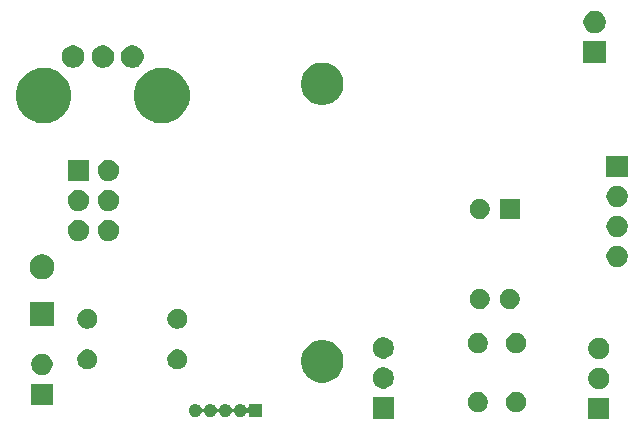
<source format=gbr>
G04 #@! TF.GenerationSoftware,KiCad,Pcbnew,(5.1.5)-3*
G04 #@! TF.CreationDate,2020-03-27T21:05:19+01:00*
G04 #@! TF.ProjectId,mimu_batt,6d696d75-5f62-4617-9474-2e6b69636164,rev?*
G04 #@! TF.SameCoordinates,Original*
G04 #@! TF.FileFunction,Soldermask,Bot*
G04 #@! TF.FilePolarity,Negative*
%FSLAX46Y46*%
G04 Gerber Fmt 4.6, Leading zero omitted, Abs format (unit mm)*
G04 Created by KiCad (PCBNEW (5.1.5)-3) date 2020-03-27 21:05:19*
%MOMM*%
%LPD*%
G04 APERTURE LIST*
%ADD10C,0.100000*%
G04 APERTURE END LIST*
D10*
G36*
X215651000Y-124701000D02*
G01*
X213849000Y-124701000D01*
X213849000Y-122899000D01*
X215651000Y-122899000D01*
X215651000Y-124701000D01*
G37*
G36*
X197401000Y-124651000D02*
G01*
X195599000Y-124651000D01*
X195599000Y-122849000D01*
X197401000Y-122849000D01*
X197401000Y-124651000D01*
G37*
G36*
X180754721Y-123422174D02*
G01*
X180854995Y-123463709D01*
X180854996Y-123463710D01*
X180945242Y-123524010D01*
X181021990Y-123600758D01*
X181021991Y-123600760D01*
X181082291Y-123691005D01*
X181113516Y-123766389D01*
X181125067Y-123788000D01*
X181140612Y-123806941D01*
X181159554Y-123822487D01*
X181181165Y-123834038D01*
X181204614Y-123841151D01*
X181229000Y-123843553D01*
X181253386Y-123841151D01*
X181276835Y-123834038D01*
X181298446Y-123822487D01*
X181317387Y-123806942D01*
X181332933Y-123788000D01*
X181344484Y-123766389D01*
X181375709Y-123691005D01*
X181436009Y-123600760D01*
X181436010Y-123600758D01*
X181512758Y-123524010D01*
X181603004Y-123463710D01*
X181603005Y-123463709D01*
X181703279Y-123422174D01*
X181809730Y-123401000D01*
X181918270Y-123401000D01*
X182024721Y-123422174D01*
X182124995Y-123463709D01*
X182124996Y-123463710D01*
X182215242Y-123524010D01*
X182291990Y-123600758D01*
X182291991Y-123600760D01*
X182352291Y-123691005D01*
X182383516Y-123766389D01*
X182395067Y-123788000D01*
X182410612Y-123806941D01*
X182429554Y-123822487D01*
X182451165Y-123834038D01*
X182474614Y-123841151D01*
X182499000Y-123843553D01*
X182523386Y-123841151D01*
X182546835Y-123834038D01*
X182568446Y-123822487D01*
X182587387Y-123806942D01*
X182602933Y-123788000D01*
X182614484Y-123766389D01*
X182645709Y-123691005D01*
X182706009Y-123600760D01*
X182706010Y-123600758D01*
X182782758Y-123524010D01*
X182873004Y-123463710D01*
X182873005Y-123463709D01*
X182973279Y-123422174D01*
X183079730Y-123401000D01*
X183188270Y-123401000D01*
X183294721Y-123422174D01*
X183394995Y-123463709D01*
X183394996Y-123463710D01*
X183485242Y-123524010D01*
X183561990Y-123600758D01*
X183561991Y-123600760D01*
X183622291Y-123691005D01*
X183653516Y-123766389D01*
X183665067Y-123788000D01*
X183680612Y-123806941D01*
X183699554Y-123822487D01*
X183721165Y-123834038D01*
X183744614Y-123841151D01*
X183769000Y-123843553D01*
X183793386Y-123841151D01*
X183816835Y-123834038D01*
X183838446Y-123822487D01*
X183857387Y-123806942D01*
X183872933Y-123788000D01*
X183884484Y-123766389D01*
X183915709Y-123691005D01*
X183976009Y-123600760D01*
X183976010Y-123600758D01*
X184052758Y-123524010D01*
X184143004Y-123463710D01*
X184143005Y-123463709D01*
X184243279Y-123422174D01*
X184349730Y-123401000D01*
X184458270Y-123401000D01*
X184564721Y-123422174D01*
X184664995Y-123463709D01*
X184664996Y-123463710D01*
X184755242Y-123524010D01*
X184831990Y-123600758D01*
X184831991Y-123600760D01*
X184894068Y-123693664D01*
X184909614Y-123712606D01*
X184928556Y-123728151D01*
X184950167Y-123739702D01*
X184973615Y-123746815D01*
X184998002Y-123749217D01*
X185022388Y-123746815D01*
X185045837Y-123739702D01*
X185067447Y-123728151D01*
X185086389Y-123712605D01*
X185101934Y-123693663D01*
X185113485Y-123672052D01*
X185120598Y-123648604D01*
X185123000Y-123624218D01*
X185123000Y-123401000D01*
X186225000Y-123401000D01*
X186225000Y-124503000D01*
X185123000Y-124503000D01*
X185123000Y-124279782D01*
X185120598Y-124255396D01*
X185113485Y-124231947D01*
X185101934Y-124210336D01*
X185086389Y-124191394D01*
X185067447Y-124175849D01*
X185045836Y-124164298D01*
X185022387Y-124157185D01*
X184998001Y-124154783D01*
X184973615Y-124157185D01*
X184950166Y-124164298D01*
X184928555Y-124175849D01*
X184909613Y-124191394D01*
X184894068Y-124210336D01*
X184852988Y-124271816D01*
X184831990Y-124303242D01*
X184755242Y-124379990D01*
X184709812Y-124410345D01*
X184664995Y-124440291D01*
X184564721Y-124481826D01*
X184458270Y-124503000D01*
X184349730Y-124503000D01*
X184243279Y-124481826D01*
X184143005Y-124440291D01*
X184098188Y-124410345D01*
X184052758Y-124379990D01*
X183976010Y-124303242D01*
X183944041Y-124255396D01*
X183915709Y-124212995D01*
X183884484Y-124137611D01*
X183872933Y-124116000D01*
X183857388Y-124097059D01*
X183838446Y-124081513D01*
X183816835Y-124069962D01*
X183793386Y-124062849D01*
X183769000Y-124060447D01*
X183744614Y-124062849D01*
X183721165Y-124069962D01*
X183699554Y-124081513D01*
X183680613Y-124097058D01*
X183665067Y-124116000D01*
X183653516Y-124137611D01*
X183622291Y-124212995D01*
X183593959Y-124255396D01*
X183561990Y-124303242D01*
X183485242Y-124379990D01*
X183439812Y-124410345D01*
X183394995Y-124440291D01*
X183294721Y-124481826D01*
X183188270Y-124503000D01*
X183079730Y-124503000D01*
X182973279Y-124481826D01*
X182873005Y-124440291D01*
X182828188Y-124410345D01*
X182782758Y-124379990D01*
X182706010Y-124303242D01*
X182674041Y-124255396D01*
X182645709Y-124212995D01*
X182614484Y-124137611D01*
X182602933Y-124116000D01*
X182587388Y-124097059D01*
X182568446Y-124081513D01*
X182546835Y-124069962D01*
X182523386Y-124062849D01*
X182499000Y-124060447D01*
X182474614Y-124062849D01*
X182451165Y-124069962D01*
X182429554Y-124081513D01*
X182410613Y-124097058D01*
X182395067Y-124116000D01*
X182383516Y-124137611D01*
X182352291Y-124212995D01*
X182323959Y-124255396D01*
X182291990Y-124303242D01*
X182215242Y-124379990D01*
X182169812Y-124410345D01*
X182124995Y-124440291D01*
X182024721Y-124481826D01*
X181918270Y-124503000D01*
X181809730Y-124503000D01*
X181703279Y-124481826D01*
X181603005Y-124440291D01*
X181558188Y-124410345D01*
X181512758Y-124379990D01*
X181436010Y-124303242D01*
X181404041Y-124255396D01*
X181375709Y-124212995D01*
X181344484Y-124137611D01*
X181332933Y-124116000D01*
X181317388Y-124097059D01*
X181298446Y-124081513D01*
X181276835Y-124069962D01*
X181253386Y-124062849D01*
X181229000Y-124060447D01*
X181204614Y-124062849D01*
X181181165Y-124069962D01*
X181159554Y-124081513D01*
X181140613Y-124097058D01*
X181125067Y-124116000D01*
X181113516Y-124137611D01*
X181082291Y-124212995D01*
X181053959Y-124255396D01*
X181021990Y-124303242D01*
X180945242Y-124379990D01*
X180899812Y-124410345D01*
X180854995Y-124440291D01*
X180754721Y-124481826D01*
X180648270Y-124503000D01*
X180539730Y-124503000D01*
X180433279Y-124481826D01*
X180333005Y-124440291D01*
X180288188Y-124410345D01*
X180242758Y-124379990D01*
X180166010Y-124303242D01*
X180134041Y-124255396D01*
X180105709Y-124212995D01*
X180064174Y-124112721D01*
X180043000Y-124006270D01*
X180043000Y-123897730D01*
X180064174Y-123791279D01*
X180105709Y-123691005D01*
X180166009Y-123600760D01*
X180166010Y-123600758D01*
X180242758Y-123524010D01*
X180333004Y-123463710D01*
X180333005Y-123463709D01*
X180433279Y-123422174D01*
X180539730Y-123401000D01*
X180648270Y-123401000D01*
X180754721Y-123422174D01*
G37*
G36*
X207998228Y-122431703D02*
G01*
X208153100Y-122495853D01*
X208292481Y-122588985D01*
X208411015Y-122707519D01*
X208504147Y-122846900D01*
X208568297Y-123001772D01*
X208601000Y-123166184D01*
X208601000Y-123333816D01*
X208568297Y-123498228D01*
X208504147Y-123653100D01*
X208411015Y-123792481D01*
X208292481Y-123911015D01*
X208153100Y-124004147D01*
X207998228Y-124068297D01*
X207833816Y-124101000D01*
X207666184Y-124101000D01*
X207501772Y-124068297D01*
X207346900Y-124004147D01*
X207207519Y-123911015D01*
X207088985Y-123792481D01*
X206995853Y-123653100D01*
X206931703Y-123498228D01*
X206899000Y-123333816D01*
X206899000Y-123166184D01*
X206931703Y-123001772D01*
X206995853Y-122846900D01*
X207088985Y-122707519D01*
X207207519Y-122588985D01*
X207346900Y-122495853D01*
X207501772Y-122431703D01*
X207666184Y-122399000D01*
X207833816Y-122399000D01*
X207998228Y-122431703D01*
G37*
G36*
X204748228Y-122431703D02*
G01*
X204903100Y-122495853D01*
X205042481Y-122588985D01*
X205161015Y-122707519D01*
X205254147Y-122846900D01*
X205318297Y-123001772D01*
X205351000Y-123166184D01*
X205351000Y-123333816D01*
X205318297Y-123498228D01*
X205254147Y-123653100D01*
X205161015Y-123792481D01*
X205042481Y-123911015D01*
X204903100Y-124004147D01*
X204748228Y-124068297D01*
X204583816Y-124101000D01*
X204416184Y-124101000D01*
X204251772Y-124068297D01*
X204096900Y-124004147D01*
X203957519Y-123911015D01*
X203838985Y-123792481D01*
X203745853Y-123653100D01*
X203681703Y-123498228D01*
X203649000Y-123333816D01*
X203649000Y-123166184D01*
X203681703Y-123001772D01*
X203745853Y-122846900D01*
X203838985Y-122707519D01*
X203957519Y-122588985D01*
X204096900Y-122495853D01*
X204251772Y-122431703D01*
X204416184Y-122399000D01*
X204583816Y-122399000D01*
X204748228Y-122431703D01*
G37*
G36*
X168501000Y-123501000D02*
G01*
X166699000Y-123501000D01*
X166699000Y-121699000D01*
X168501000Y-121699000D01*
X168501000Y-123501000D01*
G37*
G36*
X214863512Y-120363927D02*
G01*
X215012812Y-120393624D01*
X215176784Y-120461544D01*
X215324354Y-120560147D01*
X215449853Y-120685646D01*
X215548456Y-120833216D01*
X215616376Y-120997188D01*
X215651000Y-121171259D01*
X215651000Y-121348741D01*
X215616376Y-121522812D01*
X215548456Y-121686784D01*
X215449853Y-121834354D01*
X215324354Y-121959853D01*
X215176784Y-122058456D01*
X215012812Y-122126376D01*
X214863512Y-122156073D01*
X214838742Y-122161000D01*
X214661258Y-122161000D01*
X214636488Y-122156073D01*
X214487188Y-122126376D01*
X214323216Y-122058456D01*
X214175646Y-121959853D01*
X214050147Y-121834354D01*
X213951544Y-121686784D01*
X213883624Y-121522812D01*
X213849000Y-121348741D01*
X213849000Y-121171259D01*
X213883624Y-120997188D01*
X213951544Y-120833216D01*
X214050147Y-120685646D01*
X214175646Y-120560147D01*
X214323216Y-120461544D01*
X214487188Y-120393624D01*
X214636488Y-120363927D01*
X214661258Y-120359000D01*
X214838742Y-120359000D01*
X214863512Y-120363927D01*
G37*
G36*
X196613512Y-120313927D02*
G01*
X196762812Y-120343624D01*
X196926784Y-120411544D01*
X197074354Y-120510147D01*
X197199853Y-120635646D01*
X197298456Y-120783216D01*
X197366376Y-120947188D01*
X197401000Y-121121259D01*
X197401000Y-121298741D01*
X197366376Y-121472812D01*
X197298456Y-121636784D01*
X197199853Y-121784354D01*
X197074354Y-121909853D01*
X196926784Y-122008456D01*
X196762812Y-122076376D01*
X196613512Y-122106073D01*
X196588742Y-122111000D01*
X196411258Y-122111000D01*
X196386488Y-122106073D01*
X196237188Y-122076376D01*
X196073216Y-122008456D01*
X195925646Y-121909853D01*
X195800147Y-121784354D01*
X195701544Y-121636784D01*
X195633624Y-121472812D01*
X195599000Y-121298741D01*
X195599000Y-121121259D01*
X195633624Y-120947188D01*
X195701544Y-120783216D01*
X195800147Y-120635646D01*
X195925646Y-120510147D01*
X196073216Y-120411544D01*
X196237188Y-120343624D01*
X196386488Y-120313927D01*
X196411258Y-120309000D01*
X196588742Y-120309000D01*
X196613512Y-120313927D01*
G37*
G36*
X191848931Y-118068211D02*
G01*
X192176692Y-118203974D01*
X192471670Y-118401072D01*
X192722528Y-118651930D01*
X192919626Y-118946908D01*
X193055389Y-119274669D01*
X193124600Y-119622616D01*
X193124600Y-119977384D01*
X193055389Y-120325331D01*
X192919626Y-120653092D01*
X192722528Y-120948070D01*
X192471670Y-121198928D01*
X192176692Y-121396026D01*
X191848931Y-121531789D01*
X191500984Y-121601000D01*
X191146216Y-121601000D01*
X190798269Y-121531789D01*
X190470508Y-121396026D01*
X190175530Y-121198928D01*
X189924672Y-120948070D01*
X189727574Y-120653092D01*
X189591811Y-120325331D01*
X189522600Y-119977384D01*
X189522600Y-119622616D01*
X189591811Y-119274669D01*
X189727574Y-118946908D01*
X189924672Y-118651930D01*
X190175530Y-118401072D01*
X190470508Y-118203974D01*
X190798269Y-118068211D01*
X191146216Y-117999000D01*
X191500984Y-117999000D01*
X191848931Y-118068211D01*
G37*
G36*
X167713512Y-119163927D02*
G01*
X167862812Y-119193624D01*
X168026784Y-119261544D01*
X168174354Y-119360147D01*
X168299853Y-119485646D01*
X168398456Y-119633216D01*
X168466376Y-119797188D01*
X168501000Y-119971259D01*
X168501000Y-120148741D01*
X168466376Y-120322812D01*
X168398456Y-120486784D01*
X168299853Y-120634354D01*
X168174354Y-120759853D01*
X168026784Y-120858456D01*
X167862812Y-120926376D01*
X167713512Y-120956073D01*
X167688742Y-120961000D01*
X167511258Y-120961000D01*
X167486488Y-120956073D01*
X167337188Y-120926376D01*
X167173216Y-120858456D01*
X167025646Y-120759853D01*
X166900147Y-120634354D01*
X166801544Y-120486784D01*
X166733624Y-120322812D01*
X166699000Y-120148741D01*
X166699000Y-119971259D01*
X166733624Y-119797188D01*
X166801544Y-119633216D01*
X166900147Y-119485646D01*
X167025646Y-119360147D01*
X167173216Y-119261544D01*
X167337188Y-119193624D01*
X167486488Y-119163927D01*
X167511258Y-119159000D01*
X167688742Y-119159000D01*
X167713512Y-119163927D01*
G37*
G36*
X171698228Y-118815703D02*
G01*
X171853100Y-118879853D01*
X171992481Y-118972985D01*
X172111015Y-119091519D01*
X172204147Y-119230900D01*
X172268297Y-119385772D01*
X172301000Y-119550184D01*
X172301000Y-119717816D01*
X172268297Y-119882228D01*
X172204147Y-120037100D01*
X172111015Y-120176481D01*
X171992481Y-120295015D01*
X171853100Y-120388147D01*
X171698228Y-120452297D01*
X171533816Y-120485000D01*
X171366184Y-120485000D01*
X171201772Y-120452297D01*
X171046900Y-120388147D01*
X170907519Y-120295015D01*
X170788985Y-120176481D01*
X170695853Y-120037100D01*
X170631703Y-119882228D01*
X170599000Y-119717816D01*
X170599000Y-119550184D01*
X170631703Y-119385772D01*
X170695853Y-119230900D01*
X170788985Y-119091519D01*
X170907519Y-118972985D01*
X171046900Y-118879853D01*
X171201772Y-118815703D01*
X171366184Y-118783000D01*
X171533816Y-118783000D01*
X171698228Y-118815703D01*
G37*
G36*
X179318228Y-118815703D02*
G01*
X179473100Y-118879853D01*
X179612481Y-118972985D01*
X179731015Y-119091519D01*
X179824147Y-119230900D01*
X179888297Y-119385772D01*
X179921000Y-119550184D01*
X179921000Y-119717816D01*
X179888297Y-119882228D01*
X179824147Y-120037100D01*
X179731015Y-120176481D01*
X179612481Y-120295015D01*
X179473100Y-120388147D01*
X179318228Y-120452297D01*
X179153816Y-120485000D01*
X178986184Y-120485000D01*
X178821772Y-120452297D01*
X178666900Y-120388147D01*
X178527519Y-120295015D01*
X178408985Y-120176481D01*
X178315853Y-120037100D01*
X178251703Y-119882228D01*
X178219000Y-119717816D01*
X178219000Y-119550184D01*
X178251703Y-119385772D01*
X178315853Y-119230900D01*
X178408985Y-119091519D01*
X178527519Y-118972985D01*
X178666900Y-118879853D01*
X178821772Y-118815703D01*
X178986184Y-118783000D01*
X179153816Y-118783000D01*
X179318228Y-118815703D01*
G37*
G36*
X214863512Y-117823927D02*
G01*
X215012812Y-117853624D01*
X215176784Y-117921544D01*
X215324354Y-118020147D01*
X215449853Y-118145646D01*
X215548456Y-118293216D01*
X215616376Y-118457188D01*
X215651000Y-118631259D01*
X215651000Y-118808741D01*
X215616376Y-118982812D01*
X215548456Y-119146784D01*
X215449853Y-119294354D01*
X215324354Y-119419853D01*
X215176784Y-119518456D01*
X215012812Y-119586376D01*
X214863512Y-119616073D01*
X214838742Y-119621000D01*
X214661258Y-119621000D01*
X214636488Y-119616073D01*
X214487188Y-119586376D01*
X214323216Y-119518456D01*
X214175646Y-119419853D01*
X214050147Y-119294354D01*
X213951544Y-119146784D01*
X213883624Y-118982812D01*
X213849000Y-118808741D01*
X213849000Y-118631259D01*
X213883624Y-118457188D01*
X213951544Y-118293216D01*
X214050147Y-118145646D01*
X214175646Y-118020147D01*
X214323216Y-117921544D01*
X214487188Y-117853624D01*
X214636488Y-117823927D01*
X214661258Y-117819000D01*
X214838742Y-117819000D01*
X214863512Y-117823927D01*
G37*
G36*
X196613512Y-117773927D02*
G01*
X196762812Y-117803624D01*
X196926784Y-117871544D01*
X197074354Y-117970147D01*
X197199853Y-118095646D01*
X197298456Y-118243216D01*
X197366376Y-118407188D01*
X197401000Y-118581259D01*
X197401000Y-118758741D01*
X197366376Y-118932812D01*
X197298456Y-119096784D01*
X197199853Y-119244354D01*
X197074354Y-119369853D01*
X196926784Y-119468456D01*
X196762812Y-119536376D01*
X196613512Y-119566073D01*
X196588742Y-119571000D01*
X196411258Y-119571000D01*
X196386488Y-119566073D01*
X196237188Y-119536376D01*
X196073216Y-119468456D01*
X195925646Y-119369853D01*
X195800147Y-119244354D01*
X195701544Y-119096784D01*
X195633624Y-118932812D01*
X195599000Y-118758741D01*
X195599000Y-118581259D01*
X195633624Y-118407188D01*
X195701544Y-118243216D01*
X195800147Y-118095646D01*
X195925646Y-117970147D01*
X196073216Y-117871544D01*
X196237188Y-117803624D01*
X196386488Y-117773927D01*
X196411258Y-117769000D01*
X196588742Y-117769000D01*
X196613512Y-117773927D01*
G37*
G36*
X207998228Y-117431703D02*
G01*
X208153100Y-117495853D01*
X208292481Y-117588985D01*
X208411015Y-117707519D01*
X208504147Y-117846900D01*
X208568297Y-118001772D01*
X208601000Y-118166184D01*
X208601000Y-118333816D01*
X208568297Y-118498228D01*
X208504147Y-118653100D01*
X208411015Y-118792481D01*
X208292481Y-118911015D01*
X208153100Y-119004147D01*
X207998228Y-119068297D01*
X207833816Y-119101000D01*
X207666184Y-119101000D01*
X207501772Y-119068297D01*
X207346900Y-119004147D01*
X207207519Y-118911015D01*
X207088985Y-118792481D01*
X206995853Y-118653100D01*
X206931703Y-118498228D01*
X206899000Y-118333816D01*
X206899000Y-118166184D01*
X206931703Y-118001772D01*
X206995853Y-117846900D01*
X207088985Y-117707519D01*
X207207519Y-117588985D01*
X207346900Y-117495853D01*
X207501772Y-117431703D01*
X207666184Y-117399000D01*
X207833816Y-117399000D01*
X207998228Y-117431703D01*
G37*
G36*
X204748228Y-117431703D02*
G01*
X204903100Y-117495853D01*
X205042481Y-117588985D01*
X205161015Y-117707519D01*
X205254147Y-117846900D01*
X205318297Y-118001772D01*
X205351000Y-118166184D01*
X205351000Y-118333816D01*
X205318297Y-118498228D01*
X205254147Y-118653100D01*
X205161015Y-118792481D01*
X205042481Y-118911015D01*
X204903100Y-119004147D01*
X204748228Y-119068297D01*
X204583816Y-119101000D01*
X204416184Y-119101000D01*
X204251772Y-119068297D01*
X204096900Y-119004147D01*
X203957519Y-118911015D01*
X203838985Y-118792481D01*
X203745853Y-118653100D01*
X203681703Y-118498228D01*
X203649000Y-118333816D01*
X203649000Y-118166184D01*
X203681703Y-118001772D01*
X203745853Y-117846900D01*
X203838985Y-117707519D01*
X203957519Y-117588985D01*
X204096900Y-117495853D01*
X204251772Y-117431703D01*
X204416184Y-117399000D01*
X204583816Y-117399000D01*
X204748228Y-117431703D01*
G37*
G36*
X171698228Y-115386703D02*
G01*
X171853100Y-115450853D01*
X171992481Y-115543985D01*
X172111015Y-115662519D01*
X172204147Y-115801900D01*
X172268297Y-115956772D01*
X172301000Y-116121184D01*
X172301000Y-116288816D01*
X172268297Y-116453228D01*
X172204147Y-116608100D01*
X172111015Y-116747481D01*
X171992481Y-116866015D01*
X171853100Y-116959147D01*
X171698228Y-117023297D01*
X171533816Y-117056000D01*
X171366184Y-117056000D01*
X171201772Y-117023297D01*
X171046900Y-116959147D01*
X170907519Y-116866015D01*
X170788985Y-116747481D01*
X170695853Y-116608100D01*
X170631703Y-116453228D01*
X170599000Y-116288816D01*
X170599000Y-116121184D01*
X170631703Y-115956772D01*
X170695853Y-115801900D01*
X170788985Y-115662519D01*
X170907519Y-115543985D01*
X171046900Y-115450853D01*
X171201772Y-115386703D01*
X171366184Y-115354000D01*
X171533816Y-115354000D01*
X171698228Y-115386703D01*
G37*
G36*
X179318228Y-115386703D02*
G01*
X179473100Y-115450853D01*
X179612481Y-115543985D01*
X179731015Y-115662519D01*
X179824147Y-115801900D01*
X179888297Y-115956772D01*
X179921000Y-116121184D01*
X179921000Y-116288816D01*
X179888297Y-116453228D01*
X179824147Y-116608100D01*
X179731015Y-116747481D01*
X179612481Y-116866015D01*
X179473100Y-116959147D01*
X179318228Y-117023297D01*
X179153816Y-117056000D01*
X178986184Y-117056000D01*
X178821772Y-117023297D01*
X178666900Y-116959147D01*
X178527519Y-116866015D01*
X178408985Y-116747481D01*
X178315853Y-116608100D01*
X178251703Y-116453228D01*
X178219000Y-116288816D01*
X178219000Y-116121184D01*
X178251703Y-115956772D01*
X178315853Y-115801900D01*
X178408985Y-115662519D01*
X178527519Y-115543985D01*
X178666900Y-115450853D01*
X178821772Y-115386703D01*
X178986184Y-115354000D01*
X179153816Y-115354000D01*
X179318228Y-115386703D01*
G37*
G36*
X168651000Y-116851000D02*
G01*
X166549000Y-116851000D01*
X166549000Y-114749000D01*
X168651000Y-114749000D01*
X168651000Y-116851000D01*
G37*
G36*
X207448228Y-113701703D02*
G01*
X207603100Y-113765853D01*
X207742481Y-113858985D01*
X207861015Y-113977519D01*
X207954147Y-114116900D01*
X208018297Y-114271772D01*
X208051000Y-114436184D01*
X208051000Y-114603816D01*
X208018297Y-114768228D01*
X207954147Y-114923100D01*
X207861015Y-115062481D01*
X207742481Y-115181015D01*
X207603100Y-115274147D01*
X207448228Y-115338297D01*
X207283816Y-115371000D01*
X207116184Y-115371000D01*
X206951772Y-115338297D01*
X206796900Y-115274147D01*
X206657519Y-115181015D01*
X206538985Y-115062481D01*
X206445853Y-114923100D01*
X206381703Y-114768228D01*
X206349000Y-114603816D01*
X206349000Y-114436184D01*
X206381703Y-114271772D01*
X206445853Y-114116900D01*
X206538985Y-113977519D01*
X206657519Y-113858985D01*
X206796900Y-113765853D01*
X206951772Y-113701703D01*
X207116184Y-113669000D01*
X207283816Y-113669000D01*
X207448228Y-113701703D01*
G37*
G36*
X204908228Y-113701703D02*
G01*
X205063100Y-113765853D01*
X205202481Y-113858985D01*
X205321015Y-113977519D01*
X205414147Y-114116900D01*
X205478297Y-114271772D01*
X205511000Y-114436184D01*
X205511000Y-114603816D01*
X205478297Y-114768228D01*
X205414147Y-114923100D01*
X205321015Y-115062481D01*
X205202481Y-115181015D01*
X205063100Y-115274147D01*
X204908228Y-115338297D01*
X204743816Y-115371000D01*
X204576184Y-115371000D01*
X204411772Y-115338297D01*
X204256900Y-115274147D01*
X204117519Y-115181015D01*
X203998985Y-115062481D01*
X203905853Y-114923100D01*
X203841703Y-114768228D01*
X203809000Y-114603816D01*
X203809000Y-114436184D01*
X203841703Y-114271772D01*
X203905853Y-114116900D01*
X203998985Y-113977519D01*
X204117519Y-113858985D01*
X204256900Y-113765853D01*
X204411772Y-113701703D01*
X204576184Y-113669000D01*
X204743816Y-113669000D01*
X204908228Y-113701703D01*
G37*
G36*
X167906564Y-110789389D02*
G01*
X168007647Y-110831259D01*
X168097835Y-110868616D01*
X168269973Y-110983635D01*
X168416365Y-111130027D01*
X168531385Y-111302167D01*
X168610611Y-111493436D01*
X168651000Y-111696484D01*
X168651000Y-111903516D01*
X168610611Y-112106564D01*
X168531385Y-112297833D01*
X168531384Y-112297835D01*
X168416365Y-112469973D01*
X168269973Y-112616365D01*
X168097835Y-112731384D01*
X168097834Y-112731385D01*
X168097833Y-112731385D01*
X167906564Y-112810611D01*
X167703516Y-112851000D01*
X167496484Y-112851000D01*
X167293436Y-112810611D01*
X167102167Y-112731385D01*
X167102166Y-112731385D01*
X167102165Y-112731384D01*
X166930027Y-112616365D01*
X166783635Y-112469973D01*
X166668616Y-112297835D01*
X166668615Y-112297833D01*
X166589389Y-112106564D01*
X166549000Y-111903516D01*
X166549000Y-111696484D01*
X166589389Y-111493436D01*
X166668615Y-111302167D01*
X166783635Y-111130027D01*
X166930027Y-110983635D01*
X167102165Y-110868616D01*
X167192353Y-110831259D01*
X167293436Y-110789389D01*
X167496484Y-110749000D01*
X167703516Y-110749000D01*
X167906564Y-110789389D01*
G37*
G36*
X216413512Y-110023927D02*
G01*
X216562812Y-110053624D01*
X216726784Y-110121544D01*
X216874354Y-110220147D01*
X216999853Y-110345646D01*
X217098456Y-110493216D01*
X217166376Y-110657188D01*
X217201000Y-110831259D01*
X217201000Y-111008741D01*
X217166376Y-111182812D01*
X217098456Y-111346784D01*
X216999853Y-111494354D01*
X216874354Y-111619853D01*
X216726784Y-111718456D01*
X216562812Y-111786376D01*
X216413512Y-111816073D01*
X216388742Y-111821000D01*
X216211258Y-111821000D01*
X216186488Y-111816073D01*
X216037188Y-111786376D01*
X215873216Y-111718456D01*
X215725646Y-111619853D01*
X215600147Y-111494354D01*
X215501544Y-111346784D01*
X215433624Y-111182812D01*
X215399000Y-111008741D01*
X215399000Y-110831259D01*
X215433624Y-110657188D01*
X215501544Y-110493216D01*
X215600147Y-110345646D01*
X215725646Y-110220147D01*
X215873216Y-110121544D01*
X216037188Y-110053624D01*
X216186488Y-110023927D01*
X216211258Y-110019000D01*
X216388742Y-110019000D01*
X216413512Y-110023927D01*
G37*
G36*
X170801512Y-107815927D02*
G01*
X170950812Y-107845624D01*
X171114784Y-107913544D01*
X171262354Y-108012147D01*
X171387853Y-108137646D01*
X171486456Y-108285216D01*
X171554376Y-108449188D01*
X171584073Y-108598488D01*
X171589000Y-108623258D01*
X171589000Y-108800742D01*
X171587798Y-108806784D01*
X171554376Y-108974812D01*
X171486456Y-109138784D01*
X171387853Y-109286354D01*
X171262354Y-109411853D01*
X171114784Y-109510456D01*
X170950812Y-109578376D01*
X170801512Y-109608073D01*
X170776742Y-109613000D01*
X170599258Y-109613000D01*
X170574488Y-109608073D01*
X170425188Y-109578376D01*
X170261216Y-109510456D01*
X170113646Y-109411853D01*
X169988147Y-109286354D01*
X169889544Y-109138784D01*
X169821624Y-108974812D01*
X169788202Y-108806784D01*
X169787000Y-108800742D01*
X169787000Y-108623258D01*
X169791927Y-108598488D01*
X169821624Y-108449188D01*
X169889544Y-108285216D01*
X169988147Y-108137646D01*
X170113646Y-108012147D01*
X170261216Y-107913544D01*
X170425188Y-107845624D01*
X170574488Y-107815927D01*
X170599258Y-107811000D01*
X170776742Y-107811000D01*
X170801512Y-107815927D01*
G37*
G36*
X173341512Y-107815927D02*
G01*
X173490812Y-107845624D01*
X173654784Y-107913544D01*
X173802354Y-108012147D01*
X173927853Y-108137646D01*
X174026456Y-108285216D01*
X174094376Y-108449188D01*
X174124073Y-108598488D01*
X174129000Y-108623258D01*
X174129000Y-108800742D01*
X174127798Y-108806784D01*
X174094376Y-108974812D01*
X174026456Y-109138784D01*
X173927853Y-109286354D01*
X173802354Y-109411853D01*
X173654784Y-109510456D01*
X173490812Y-109578376D01*
X173341512Y-109608073D01*
X173316742Y-109613000D01*
X173139258Y-109613000D01*
X173114488Y-109608073D01*
X172965188Y-109578376D01*
X172801216Y-109510456D01*
X172653646Y-109411853D01*
X172528147Y-109286354D01*
X172429544Y-109138784D01*
X172361624Y-108974812D01*
X172328202Y-108806784D01*
X172327000Y-108800742D01*
X172327000Y-108623258D01*
X172331927Y-108598488D01*
X172361624Y-108449188D01*
X172429544Y-108285216D01*
X172528147Y-108137646D01*
X172653646Y-108012147D01*
X172801216Y-107913544D01*
X172965188Y-107845624D01*
X173114488Y-107815927D01*
X173139258Y-107811000D01*
X173316742Y-107811000D01*
X173341512Y-107815927D01*
G37*
G36*
X216413512Y-107483927D02*
G01*
X216562812Y-107513624D01*
X216726784Y-107581544D01*
X216874354Y-107680147D01*
X216999853Y-107805646D01*
X217098456Y-107953216D01*
X217166376Y-108117188D01*
X217196073Y-108266488D01*
X217199799Y-108285218D01*
X217201000Y-108291259D01*
X217201000Y-108468741D01*
X217166376Y-108642812D01*
X217098456Y-108806784D01*
X216999853Y-108954354D01*
X216874354Y-109079853D01*
X216726784Y-109178456D01*
X216562812Y-109246376D01*
X216413512Y-109276073D01*
X216388742Y-109281000D01*
X216211258Y-109281000D01*
X216186488Y-109276073D01*
X216037188Y-109246376D01*
X215873216Y-109178456D01*
X215725646Y-109079853D01*
X215600147Y-108954354D01*
X215501544Y-108806784D01*
X215433624Y-108642812D01*
X215399000Y-108468741D01*
X215399000Y-108291259D01*
X215400202Y-108285218D01*
X215403927Y-108266488D01*
X215433624Y-108117188D01*
X215501544Y-107953216D01*
X215600147Y-107805646D01*
X215725646Y-107680147D01*
X215873216Y-107581544D01*
X216037188Y-107513624D01*
X216186488Y-107483927D01*
X216211258Y-107479000D01*
X216388742Y-107479000D01*
X216413512Y-107483927D01*
G37*
G36*
X208051000Y-107751000D02*
G01*
X206349000Y-107751000D01*
X206349000Y-106049000D01*
X208051000Y-106049000D01*
X208051000Y-107751000D01*
G37*
G36*
X204908228Y-106081703D02*
G01*
X205063100Y-106145853D01*
X205202481Y-106238985D01*
X205321015Y-106357519D01*
X205414147Y-106496900D01*
X205478297Y-106651772D01*
X205511000Y-106816184D01*
X205511000Y-106983816D01*
X205478297Y-107148228D01*
X205414147Y-107303100D01*
X205321015Y-107442481D01*
X205202481Y-107561015D01*
X205063100Y-107654147D01*
X204908228Y-107718297D01*
X204743816Y-107751000D01*
X204576184Y-107751000D01*
X204411772Y-107718297D01*
X204256900Y-107654147D01*
X204117519Y-107561015D01*
X203998985Y-107442481D01*
X203905853Y-107303100D01*
X203841703Y-107148228D01*
X203809000Y-106983816D01*
X203809000Y-106816184D01*
X203841703Y-106651772D01*
X203905853Y-106496900D01*
X203998985Y-106357519D01*
X204117519Y-106238985D01*
X204256900Y-106145853D01*
X204411772Y-106081703D01*
X204576184Y-106049000D01*
X204743816Y-106049000D01*
X204908228Y-106081703D01*
G37*
G36*
X170801512Y-105275927D02*
G01*
X170950812Y-105305624D01*
X171114784Y-105373544D01*
X171262354Y-105472147D01*
X171387853Y-105597646D01*
X171486456Y-105745216D01*
X171554376Y-105909188D01*
X171582186Y-106049000D01*
X171589000Y-106083258D01*
X171589000Y-106260742D01*
X171587798Y-106266784D01*
X171554376Y-106434812D01*
X171486456Y-106598784D01*
X171387853Y-106746354D01*
X171262354Y-106871853D01*
X171114784Y-106970456D01*
X170950812Y-107038376D01*
X170801512Y-107068073D01*
X170776742Y-107073000D01*
X170599258Y-107073000D01*
X170574488Y-107068073D01*
X170425188Y-107038376D01*
X170261216Y-106970456D01*
X170113646Y-106871853D01*
X169988147Y-106746354D01*
X169889544Y-106598784D01*
X169821624Y-106434812D01*
X169788202Y-106266784D01*
X169787000Y-106260742D01*
X169787000Y-106083258D01*
X169793814Y-106049000D01*
X169821624Y-105909188D01*
X169889544Y-105745216D01*
X169988147Y-105597646D01*
X170113646Y-105472147D01*
X170261216Y-105373544D01*
X170425188Y-105305624D01*
X170574488Y-105275927D01*
X170599258Y-105271000D01*
X170776742Y-105271000D01*
X170801512Y-105275927D01*
G37*
G36*
X173341512Y-105275927D02*
G01*
X173490812Y-105305624D01*
X173654784Y-105373544D01*
X173802354Y-105472147D01*
X173927853Y-105597646D01*
X174026456Y-105745216D01*
X174094376Y-105909188D01*
X174122186Y-106049000D01*
X174129000Y-106083258D01*
X174129000Y-106260742D01*
X174127798Y-106266784D01*
X174094376Y-106434812D01*
X174026456Y-106598784D01*
X173927853Y-106746354D01*
X173802354Y-106871853D01*
X173654784Y-106970456D01*
X173490812Y-107038376D01*
X173341512Y-107068073D01*
X173316742Y-107073000D01*
X173139258Y-107073000D01*
X173114488Y-107068073D01*
X172965188Y-107038376D01*
X172801216Y-106970456D01*
X172653646Y-106871853D01*
X172528147Y-106746354D01*
X172429544Y-106598784D01*
X172361624Y-106434812D01*
X172328202Y-106266784D01*
X172327000Y-106260742D01*
X172327000Y-106083258D01*
X172333814Y-106049000D01*
X172361624Y-105909188D01*
X172429544Y-105745216D01*
X172528147Y-105597646D01*
X172653646Y-105472147D01*
X172801216Y-105373544D01*
X172965188Y-105305624D01*
X173114488Y-105275927D01*
X173139258Y-105271000D01*
X173316742Y-105271000D01*
X173341512Y-105275927D01*
G37*
G36*
X216413512Y-104943927D02*
G01*
X216562812Y-104973624D01*
X216726784Y-105041544D01*
X216874354Y-105140147D01*
X216999853Y-105265646D01*
X217098456Y-105413216D01*
X217166376Y-105577188D01*
X217196073Y-105726488D01*
X217199799Y-105745218D01*
X217201000Y-105751259D01*
X217201000Y-105928741D01*
X217166376Y-106102812D01*
X217098456Y-106266784D01*
X216999853Y-106414354D01*
X216874354Y-106539853D01*
X216726784Y-106638456D01*
X216562812Y-106706376D01*
X216413512Y-106736073D01*
X216388742Y-106741000D01*
X216211258Y-106741000D01*
X216186488Y-106736073D01*
X216037188Y-106706376D01*
X215873216Y-106638456D01*
X215725646Y-106539853D01*
X215600147Y-106414354D01*
X215501544Y-106266784D01*
X215433624Y-106102812D01*
X215399000Y-105928741D01*
X215399000Y-105751259D01*
X215400202Y-105745218D01*
X215403927Y-105726488D01*
X215433624Y-105577188D01*
X215501544Y-105413216D01*
X215600147Y-105265646D01*
X215725646Y-105140147D01*
X215873216Y-105041544D01*
X216037188Y-104973624D01*
X216186488Y-104943927D01*
X216211258Y-104939000D01*
X216388742Y-104939000D01*
X216413512Y-104943927D01*
G37*
G36*
X173341512Y-102735927D02*
G01*
X173490812Y-102765624D01*
X173654784Y-102833544D01*
X173802354Y-102932147D01*
X173927853Y-103057646D01*
X174026456Y-103205216D01*
X174094376Y-103369188D01*
X174129000Y-103543259D01*
X174129000Y-103720741D01*
X174094376Y-103894812D01*
X174026456Y-104058784D01*
X173927853Y-104206354D01*
X173802354Y-104331853D01*
X173654784Y-104430456D01*
X173490812Y-104498376D01*
X173341512Y-104528073D01*
X173316742Y-104533000D01*
X173139258Y-104533000D01*
X173114488Y-104528073D01*
X172965188Y-104498376D01*
X172801216Y-104430456D01*
X172653646Y-104331853D01*
X172528147Y-104206354D01*
X172429544Y-104058784D01*
X172361624Y-103894812D01*
X172327000Y-103720741D01*
X172327000Y-103543259D01*
X172361624Y-103369188D01*
X172429544Y-103205216D01*
X172528147Y-103057646D01*
X172653646Y-102932147D01*
X172801216Y-102833544D01*
X172965188Y-102765624D01*
X173114488Y-102735927D01*
X173139258Y-102731000D01*
X173316742Y-102731000D01*
X173341512Y-102735927D01*
G37*
G36*
X171589000Y-104533000D02*
G01*
X169787000Y-104533000D01*
X169787000Y-102731000D01*
X171589000Y-102731000D01*
X171589000Y-104533000D01*
G37*
G36*
X217201000Y-104201000D02*
G01*
X215399000Y-104201000D01*
X215399000Y-102399000D01*
X217201000Y-102399000D01*
X217201000Y-104201000D01*
G37*
G36*
X178284358Y-95009232D02*
G01*
X178435761Y-95039348D01*
X178863616Y-95216571D01*
X179248675Y-95473859D01*
X179576141Y-95801325D01*
X179833429Y-96186384D01*
X180010652Y-96614239D01*
X180101000Y-97068447D01*
X180101000Y-97531553D01*
X180010652Y-97985761D01*
X179833429Y-98413616D01*
X179576141Y-98798675D01*
X179248675Y-99126141D01*
X178863616Y-99383429D01*
X178435761Y-99560652D01*
X178284358Y-99590768D01*
X177981555Y-99651000D01*
X177518445Y-99651000D01*
X177215642Y-99590768D01*
X177064239Y-99560652D01*
X176636384Y-99383429D01*
X176251325Y-99126141D01*
X175923859Y-98798675D01*
X175666571Y-98413616D01*
X175489348Y-97985761D01*
X175399000Y-97531553D01*
X175399000Y-97068447D01*
X175489348Y-96614239D01*
X175666571Y-96186384D01*
X175923859Y-95801325D01*
X176251325Y-95473859D01*
X176636384Y-95216571D01*
X177064239Y-95039348D01*
X177215642Y-95009232D01*
X177518445Y-94949000D01*
X177981555Y-94949000D01*
X178284358Y-95009232D01*
G37*
G36*
X168284358Y-95009232D02*
G01*
X168435761Y-95039348D01*
X168863616Y-95216571D01*
X169248675Y-95473859D01*
X169576141Y-95801325D01*
X169833429Y-96186384D01*
X170010652Y-96614239D01*
X170101000Y-97068447D01*
X170101000Y-97531553D01*
X170010652Y-97985761D01*
X169833429Y-98413616D01*
X169576141Y-98798675D01*
X169248675Y-99126141D01*
X168863616Y-99383429D01*
X168435761Y-99560652D01*
X168284358Y-99590768D01*
X167981555Y-99651000D01*
X167518445Y-99651000D01*
X167215642Y-99590768D01*
X167064239Y-99560652D01*
X166636384Y-99383429D01*
X166251325Y-99126141D01*
X165923859Y-98798675D01*
X165666571Y-98413616D01*
X165489348Y-97985761D01*
X165399000Y-97531553D01*
X165399000Y-97068447D01*
X165489348Y-96614239D01*
X165666571Y-96186384D01*
X165923859Y-95801325D01*
X166251325Y-95473859D01*
X166636384Y-95216571D01*
X167064239Y-95039348D01*
X167215642Y-95009232D01*
X167518445Y-94949000D01*
X167981555Y-94949000D01*
X168284358Y-95009232D01*
G37*
G36*
X191848931Y-94573211D02*
G01*
X192176692Y-94708974D01*
X192471670Y-94906072D01*
X192722528Y-95156930D01*
X192919626Y-95451908D01*
X193055389Y-95779669D01*
X193124600Y-96127616D01*
X193124600Y-96482384D01*
X193055389Y-96830331D01*
X192919626Y-97158092D01*
X192722528Y-97453070D01*
X192471670Y-97703928D01*
X192176692Y-97901026D01*
X191848931Y-98036789D01*
X191500984Y-98106000D01*
X191146216Y-98106000D01*
X190798269Y-98036789D01*
X190470508Y-97901026D01*
X190175530Y-97703928D01*
X189924672Y-97453070D01*
X189727574Y-97158092D01*
X189591811Y-96830331D01*
X189522600Y-96482384D01*
X189522600Y-96127616D01*
X189591811Y-95779669D01*
X189727574Y-95451908D01*
X189924672Y-95156930D01*
X190175530Y-94906072D01*
X190470508Y-94708974D01*
X190798269Y-94573211D01*
X191146216Y-94504000D01*
X191500984Y-94504000D01*
X191848931Y-94573211D01*
G37*
G36*
X170527395Y-93085546D02*
G01*
X170700466Y-93157234D01*
X170700467Y-93157235D01*
X170856227Y-93261310D01*
X170988690Y-93393773D01*
X170988691Y-93393775D01*
X171092766Y-93549534D01*
X171164454Y-93722605D01*
X171201000Y-93906333D01*
X171201000Y-94093667D01*
X171164454Y-94277395D01*
X171092766Y-94450466D01*
X171092765Y-94450467D01*
X170988690Y-94606227D01*
X170856227Y-94738690D01*
X170777818Y-94791081D01*
X170700466Y-94842766D01*
X170527395Y-94914454D01*
X170343667Y-94951000D01*
X170156333Y-94951000D01*
X169972605Y-94914454D01*
X169799534Y-94842766D01*
X169722182Y-94791081D01*
X169643773Y-94738690D01*
X169511310Y-94606227D01*
X169407235Y-94450467D01*
X169407234Y-94450466D01*
X169335546Y-94277395D01*
X169299000Y-94093667D01*
X169299000Y-93906333D01*
X169335546Y-93722605D01*
X169407234Y-93549534D01*
X169511309Y-93393775D01*
X169511310Y-93393773D01*
X169643773Y-93261310D01*
X169799533Y-93157235D01*
X169799534Y-93157234D01*
X169972605Y-93085546D01*
X170156333Y-93049000D01*
X170343667Y-93049000D01*
X170527395Y-93085546D01*
G37*
G36*
X175527395Y-93085546D02*
G01*
X175700466Y-93157234D01*
X175700467Y-93157235D01*
X175856227Y-93261310D01*
X175988690Y-93393773D01*
X175988691Y-93393775D01*
X176092766Y-93549534D01*
X176164454Y-93722605D01*
X176201000Y-93906333D01*
X176201000Y-94093667D01*
X176164454Y-94277395D01*
X176092766Y-94450466D01*
X176092765Y-94450467D01*
X175988690Y-94606227D01*
X175856227Y-94738690D01*
X175777818Y-94791081D01*
X175700466Y-94842766D01*
X175527395Y-94914454D01*
X175343667Y-94951000D01*
X175156333Y-94951000D01*
X174972605Y-94914454D01*
X174799534Y-94842766D01*
X174722182Y-94791081D01*
X174643773Y-94738690D01*
X174511310Y-94606227D01*
X174407235Y-94450467D01*
X174407234Y-94450466D01*
X174335546Y-94277395D01*
X174299000Y-94093667D01*
X174299000Y-93906333D01*
X174335546Y-93722605D01*
X174407234Y-93549534D01*
X174511309Y-93393775D01*
X174511310Y-93393773D01*
X174643773Y-93261310D01*
X174799533Y-93157235D01*
X174799534Y-93157234D01*
X174972605Y-93085546D01*
X175156333Y-93049000D01*
X175343667Y-93049000D01*
X175527395Y-93085546D01*
G37*
G36*
X173027395Y-93085546D02*
G01*
X173200466Y-93157234D01*
X173200467Y-93157235D01*
X173356227Y-93261310D01*
X173488690Y-93393773D01*
X173488691Y-93393775D01*
X173592766Y-93549534D01*
X173664454Y-93722605D01*
X173701000Y-93906333D01*
X173701000Y-94093667D01*
X173664454Y-94277395D01*
X173592766Y-94450466D01*
X173592765Y-94450467D01*
X173488690Y-94606227D01*
X173356227Y-94738690D01*
X173277818Y-94791081D01*
X173200466Y-94842766D01*
X173027395Y-94914454D01*
X172843667Y-94951000D01*
X172656333Y-94951000D01*
X172472605Y-94914454D01*
X172299534Y-94842766D01*
X172222182Y-94791081D01*
X172143773Y-94738690D01*
X172011310Y-94606227D01*
X171907235Y-94450467D01*
X171907234Y-94450466D01*
X171835546Y-94277395D01*
X171799000Y-94093667D01*
X171799000Y-93906333D01*
X171835546Y-93722605D01*
X171907234Y-93549534D01*
X172011309Y-93393775D01*
X172011310Y-93393773D01*
X172143773Y-93261310D01*
X172299533Y-93157235D01*
X172299534Y-93157234D01*
X172472605Y-93085546D01*
X172656333Y-93049000D01*
X172843667Y-93049000D01*
X173027395Y-93085546D01*
G37*
G36*
X215351000Y-94551000D02*
G01*
X213449000Y-94551000D01*
X213449000Y-92649000D01*
X215351000Y-92649000D01*
X215351000Y-94551000D01*
G37*
G36*
X214677395Y-90145546D02*
G01*
X214850466Y-90217234D01*
X214850467Y-90217235D01*
X215006227Y-90321310D01*
X215138690Y-90453773D01*
X215138691Y-90453775D01*
X215242766Y-90609534D01*
X215314454Y-90782605D01*
X215351000Y-90966333D01*
X215351000Y-91153667D01*
X215314454Y-91337395D01*
X215242766Y-91510466D01*
X215242765Y-91510467D01*
X215138690Y-91666227D01*
X215006227Y-91798690D01*
X214927818Y-91851081D01*
X214850466Y-91902766D01*
X214677395Y-91974454D01*
X214493667Y-92011000D01*
X214306333Y-92011000D01*
X214122605Y-91974454D01*
X213949534Y-91902766D01*
X213872182Y-91851081D01*
X213793773Y-91798690D01*
X213661310Y-91666227D01*
X213557235Y-91510467D01*
X213557234Y-91510466D01*
X213485546Y-91337395D01*
X213449000Y-91153667D01*
X213449000Y-90966333D01*
X213485546Y-90782605D01*
X213557234Y-90609534D01*
X213661309Y-90453775D01*
X213661310Y-90453773D01*
X213793773Y-90321310D01*
X213949533Y-90217235D01*
X213949534Y-90217234D01*
X214122605Y-90145546D01*
X214306333Y-90109000D01*
X214493667Y-90109000D01*
X214677395Y-90145546D01*
G37*
M02*

</source>
